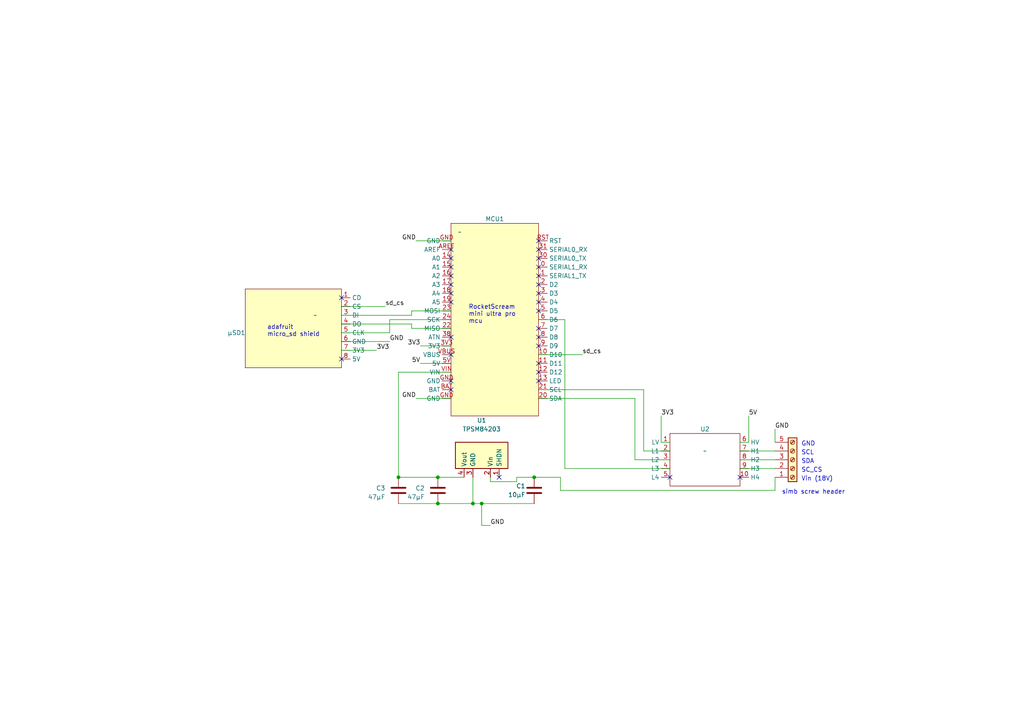
<source format=kicad_sch>
(kicad_sch (version 20230121) (generator eeschema)
  (paper "A4")
  (lib_symbols
    (symbol "Connector:Screw_Terminal_01x05" (pin_names (offset 1.016) hide)
      (property "Reference" "J" (at 0 7.62 0))
      (property "Value" "Screw_Terminal_01x05" (at 0 -7.62 0))
      (symbol "Screw_Terminal_01x05_1_1"
        (rectangle (start -1.27 6.35) (end 1.27 -6.35) (stroke (width 0.254)) (fill (type background)))
        (circle (center 0 -5.08) (radius 0.635) (stroke (width 0.1524)))
        (circle (center 0 -2.54) (radius 0.635) (stroke (width 0.1524)))
        (polyline (pts (xy -0.5334 -4.7498) (xy 0.3302 -5.588)) (stroke (width 0.1524)))
        (polyline (pts (xy -0.5334 -2.2098) (xy 0.3302 -3.048)) (stroke (width 0.1524)))
        (polyline (pts (xy -0.5334 0.3302) (xy 0.3302 -0.508)) (stroke (width 0.1524)))
        (polyline (pts (xy -0.5334 2.8702) (xy 0.3302 2.032)) (stroke (width 0.1524)))
        (polyline (pts (xy -0.5334 5.4102) (xy 0.3302 4.572)) (stroke (width 0.1524)))
        (polyline (pts (xy -0.3556 -4.572) (xy 0.508 -5.4102)) (stroke (width 0.1524)))
        (polyline (pts (xy -0.3556 -2.032) (xy 0.508 -2.8702)) (stroke (width 0.1524)))
        (polyline (pts (xy -0.3556 0.508) (xy 0.508 -0.3302)) (stroke (width 0.1524)))
        (polyline (pts (xy -0.3556 3.048) (xy 0.508 2.2098)) (stroke (width 0.1524)))
        (polyline (pts (xy -0.3556 5.588) (xy 0.508 4.7498)) (stroke (width 0.1524)))
        (circle (center 0 0) (radius 0.635) (stroke (width 0.1524)))
        (circle (center 0 2.54) (radius 0.635) (stroke (width 0.1524)))
        (circle (center 0 5.08) (radius 0.635) (stroke (width 0.1524)))
        (pin passive line (at -5.08 5.08 0) (length 3.81) (name "Pin_1") (number "1"))
        (pin passive line (at -5.08 2.54 0) (length 3.81) (name "Pin_2") (number "2"))
        (pin passive line (at -5.08 0 0) (length 3.81) (name "Pin_3") (number "3"))
        (pin passive line (at -5.08 -2.54 0) (length 3.81) (name "Pin_4") (number "4"))
        (pin passive line (at -5.08 -5.08 0) (length 3.81) (name "Pin_5") (number "5"))
      )
    )
    (symbol "Connector:micro_sd_cardReader_adafruit"
      (property "Reference" "µSD" (at -20.32 -5.08 0))
      (symbol "micro_sd_cardReader_adafruit_1_1"
        (rectangle (start -15.24 7.62) (end 12.7 -15.24) (fill (type background)))
        (pin output line (at 12.7 5.08 0) (length 2.54) (name "CD") (number "1"))
        (pin input line (at 12.7 2.54 0) (length 2.54) (name "CS") (number "2"))
        (pin input line (at 12.7 0 0) (length 2.54) (name "DI") (number "3"))
        (pin output line (at 12.7 -2.54 0) (length 2.54) (name "DO") (number "4"))
        (pin input line (at 12.7 -5.08 0) (length 2.54) (name "CLK") (number "5"))
        (pin input line (at 12.7 -7.62 0) (length 2.54) (name "GND") (number "6"))
        (pin input line (at 12.7 -10.16 0) (length 2.54) (name "3V3") (number "7"))
        (pin input line (at 12.7 -12.7 0) (length 2.54) (name "5V") (number "8"))
      )
    )
    (symbol "Device:C" (pin_numbers hide) (pin_names (offset 0.254))
      (property "Reference" "C" (at 0.635 2.54 0))
      (property "Value" "C" (at 0.635 -2.54 0))
      (symbol "C_0_1"
        (polyline (pts (xy -2.032 -0.762) (xy 2.032 -0.762)) (stroke (width 0.508)))
        (polyline (pts (xy -2.032 0.762) (xy 2.032 0.762)) (stroke (width 0.508)))
      )
      (symbol "C_1_1"
        (pin passive line (at 0 3.81 270) (length 2.794) (name "~") (number "1"))
        (pin passive line (at 0 -3.81 90) (length 2.794) (name "~") (number "2"))
      )
    )
    (symbol "Logic_LevelTranslator:Pololu_logicLevelShifter"
      (property "Reference" "U" (at 0 0 0))
      (symbol "Pololu_logicLevelShifter_0_1"
        (rectangle (start -10.16 5.08) (end 10.16 -10.16))
      )
      (symbol "Pololu_logicLevelShifter_1_1"
        (pin bidirectional line (at -10.16 2.54 180) (length 2.54) (name "LV") (number "1"))
        (pin bidirectional line (at 10.16 -7.62 0) (length 2.54) (name "H4") (number "10"))
        (pin bidirectional line (at -10.16 0 180) (length 2.54) (name "L1") (number "2"))
        (pin bidirectional line (at -10.16 -2.54 180) (length 2.54) (name "L2") (number "3"))
        (pin bidirectional line (at -10.16 -5.08 180) (length 2.54) (name "L3") (number "4"))
        (pin bidirectional line (at -10.16 -7.62 180) (length 2.54) (name "L4") (number "5"))
        (pin bidirectional line (at 10.16 2.54 0) (length 2.54) (name "HV") (number "6"))
        (pin bidirectional line (at 10.16 0 0) (length 2.54) (name "H1") (number "7"))
        (pin bidirectional line (at 10.16 -2.54 0) (length 2.54) (name "H2") (number "8"))
        (pin bidirectional line (at 10.16 -5.08 0) (length 2.54) (name "H3") (number "9"))
      )
    )
    (symbol "MCU_Module:Rocket_Scream_Mini_Ultra_Pro"
      (property "Reference" "MCU" (at -10.16 26.67 0))
      (symbol "Rocket_Scream_Mini_Ultra_Pro_1_1"
        (rectangle (start -12.7 27.94) (end 12.7 -27.94) (fill (type background)))
        (pin input line (at 12.7 15.24 0) (length 2.54) (name "SERIAL1_RX") (number "0"))
        (pin output line (at 12.7 12.7 0) (length 2.54) (name "SERIAL1_TX") (number "1"))
        (pin bidirectional line (at 12.7 -10.16 0) (length 2.54) (name "D10") (number "10"))
        (pin bidirectional line (at 12.7 -12.7 0) (length 2.54) (name "D11") (number "11"))
        (pin bidirectional line (at 12.7 -15.24 0) (length 2.54) (name "D12") (number "12"))
        (pin bidirectional line (at 12.7 -17.78 0) (length 2.54) (name "LED") (number "13"))
        (pin bidirectional line (at -12.7 17.78 180) (length 2.54) (name "A0") (number "14"))
        (pin bidirectional line (at -12.7 15.24 180) (length 2.54) (name "A1") (number "15"))
        (pin bidirectional line (at -12.7 12.7 180) (length 2.54) (name "A2") (number "16"))
        (pin bidirectional line (at -12.7 10.16 180) (length 2.54) (name "A3") (number "17"))
        (pin bidirectional line (at -12.7 7.62 180) (length 2.54) (name "A4") (number "18"))
        (pin bidirectional line (at -12.7 5.08 180) (length 2.54) (name "A5") (number "19"))
        (pin bidirectional line (at 12.7 10.16 0) (length 2.54) (name "D2") (number "2"))
        (pin bidirectional line (at 12.7 -22.86 0) (length 2.54) (name "SDA") (number "20"))
        (pin bidirectional line (at 12.7 -20.32 0) (length 2.54) (name "SCL") (number "21"))
        (pin input line (at -12.7 -2.54 180) (length 2.54) (name "MISO") (number "22"))
        (pin output line (at -12.7 2.54 180) (length 2.54) (name "MOSI") (number "23"))
        (pin output line (at -12.7 0 180) (length 2.54) (name "SCK") (number "24"))
        (pin bidirectional line (at 12.7 7.62 0) (length 2.54) (name "D3") (number "3"))
        (pin output line (at 12.7 17.78 0) (length 2.54) (name "SERIAL0_TX") (number "30"))
        (pin input line (at 12.7 20.32 0) (length 2.54) (name "SERIAL0_RX") (number "31"))
        (pin unspecified line (at -12.7 -5.08 180) (length 2.54) (name "ATN") (number "38"))
        (pin power_out line (at -12.7 -7.62 180) (length 2.54) (name "3V3") (number "3V3"))
        (pin bidirectional line (at 12.7 5.08 0) (length 2.54) (name "D4") (number "4"))
        (pin bidirectional line (at 12.7 2.54 0) (length 2.54) (name "D5") (number "5"))
        (pin power_out line (at -12.7 -12.7 180) (length 2.54) (name "5V") (number "5V"))
        (pin bidirectional line (at 12.7 0 0) (length 2.54) (name "D6") (number "6"))
        (pin bidirectional line (at 12.7 -2.54 0) (length 2.54) (name "D7") (number "7"))
        (pin bidirectional line (at 12.7 -5.08 0) (length 2.54) (name "D8") (number "8"))
        (pin bidirectional line (at 12.7 -7.62 0) (length 2.54) (name "D9") (number "9"))
        (pin unspecified line (at -12.7 20.32 180) (length 2.54) (name "AREF") (number "AREF"))
        (pin power_out line (at -12.7 -20.32 180) (length 2.54) (name "BAT") (number "BAT"))
        (pin output line (at -12.7 -22.86 180) (length 2.54) (name "GND") (number "GND"))
        (pin output line (at -12.7 -17.78 180) (length 2.54) (name "GND") (number "GND"))
        (pin output line (at -12.7 22.86 180) (length 2.54) (name "GND") (number "GND"))
        (pin input line (at 12.7 22.86 0) (length 2.54) (name "RST") (number "RST"))
        (pin unspecified line (at -12.7 -10.16 180) (length 2.54) (name "VBUS") (number "VBUS"))
        (pin power_in line (at -12.7 -15.24 180) (length 2.54) (name "VIN") (number "VIN"))
      )
    )
    (symbol "Regulator_Switching:Pololu_D24V5F9"
      (property "Reference" "U" (at 0 0 0))
      (property "Value" "Pololu_D24V5F9" (at 0 5.08 0))
      (symbol "Pololu_D24V5F9_0_1"
        (rectangle (start -7.62 2.54) (end 7.62 -5.08) (stroke (width 0.254)) (fill (type background)))
      )
      (symbol "Pololu_D24V5F9_1_1"
        (pin input line (at -5.08 -7.62 90) (length 2.54) (name "SHDN") (number "1"))
        (pin power_in line (at -2.54 -7.62 90) (length 2.54) (name "Vin") (number "2"))
        (pin power_in line (at 2.54 -7.62 90) (length 2.54) (name "GND") (number "3"))
        (pin power_out line (at 5.08 -7.62 90) (length 2.54) (name "Vout") (number "4"))
      )
    )
  )
  (junction (at 115.57 138.43))
  (junction (at 127 146.05))
  (junction (at 139.7 146.05))
  (junction (at 137.16 146.05))
  (junction (at 127 138.43))
  (junction (at 154.94 138.43))
  (no_connect (at 130.81 102.87))
  (no_connect (at 156.21 97.79))
  (no_connect (at 130.81 110.49))
  (no_connect (at 156.21 74.93))
  (no_connect (at 130.81 80.01))
  (no_connect (at 156.21 100.33))
  (no_connect (at 214.63 138.43))
  (no_connect (at 156.21 95.25))
  (no_connect (at 130.81 97.79))
  (no_connect (at 99.06 86.36))
  (no_connect (at 144.78 138.43))
  (no_connect (at 156.21 90.17))
  (no_connect (at 156.21 107.95))
  (no_connect (at 130.81 77.47))
  (no_connect (at 130.81 82.55))
  (no_connect (at 156.21 82.55))
  (no_connect (at 130.81 85.09))
  (no_connect (at 194.31 138.43))
  (no_connect (at 130.81 72.39))
  (no_connect (at 99.06 104.14))
  (no_connect (at 156.21 87.63))
  (no_connect (at 156.21 80.01))
  (no_connect (at 130.81 87.63))
  (no_connect (at 156.21 69.85))
  (no_connect (at 156.21 77.47))
  (no_connect (at 156.21 85.09))
  (no_connect (at 156.21 110.49))
  (no_connect (at 130.81 74.93))
  (no_connect (at 156.21 72.39))
  (no_connect (at 130.81 113.03))
  (no_connect (at 156.21 105.41))
  (wire (pts (xy 224.79 142.24) (xy 162.56 142.24)))
  (wire (pts (xy 184.15 133.35) (xy 194.31 133.35)))
  (wire (pts (xy 214.63 135.89) (xy 224.79 135.89)))
  (wire (pts (xy 139.7 146.05) (xy 139.7 152.4)))
  (wire (pts (xy 99.06 93.98) (xy 119.38 93.98)))
  (wire (pts (xy 113.03 92.71) (xy 130.81 92.71)))
  (wire (pts (xy 224.79 124.46) (xy 224.79 128.27)))
  (wire (pts (xy 142.24 139.7) (xy 149.86 139.7)))
  (wire (pts (xy 184.15 115.57) (xy 184.15 133.35)))
  (wire (pts (xy 154.94 146.05) (xy 139.7 146.05)))
  (wire (pts (xy 127 138.43) (xy 115.57 138.43)))
  (wire (pts (xy 217.17 120.65) (xy 217.17 128.27)))
  (wire (pts (xy 99.06 88.9) (xy 111.76 88.9)))
  (wire (pts (xy 142.24 138.43) (xy 142.24 139.7)))
  (wire (pts (xy 154.94 138.43) (xy 149.86 138.43)))
  (wire (pts (xy 113.03 96.52) (xy 113.03 92.71)))
  (wire (pts (xy 139.7 146.05) (xy 137.16 146.05)))
  (wire (pts (xy 115.57 107.95) (xy 115.57 138.43)))
  (wire (pts (xy 99.06 96.52) (xy 113.03 96.52)))
  (wire (pts (xy 121.92 105.41) (xy 130.81 105.41)))
  (wire (pts (xy 149.86 139.7) (xy 149.86 138.43)))
  (wire (pts (xy 191.77 120.65) (xy 191.77 128.27)))
  (wire (pts (xy 137.16 138.43) (xy 137.16 146.05)))
  (wire (pts (xy 156.21 102.87) (xy 168.91 102.87)))
  (wire (pts (xy 127 146.05) (xy 115.57 146.05)))
  (wire (pts (xy 119.38 93.98) (xy 119.38 95.25)))
  (wire (pts (xy 142.24 152.4) (xy 139.7 152.4)))
  (wire (pts (xy 137.16 146.05) (xy 127 146.05)))
  (wire (pts (xy 214.63 130.81) (xy 224.79 130.81)))
  (wire (pts (xy 214.63 133.35) (xy 224.79 133.35)))
  (wire (pts (xy 120.65 69.85) (xy 130.81 69.85)))
  (wire (pts (xy 162.56 142.24) (xy 162.56 138.43)))
  (wire (pts (xy 99.06 91.44) (xy 119.38 91.44)))
  (wire (pts (xy 119.38 90.17) (xy 130.81 90.17)))
  (wire (pts (xy 115.57 107.95) (xy 130.81 107.95)))
  (wire (pts (xy 99.06 99.06) (xy 113.03 99.06)))
  (wire (pts (xy 121.92 100.33) (xy 130.81 100.33)))
  (wire (pts (xy 120.65 115.57) (xy 130.81 115.57)))
  (wire (pts (xy 184.15 115.57) (xy 156.21 115.57)))
  (wire (pts (xy 163.83 92.71) (xy 163.83 135.89)))
  (wire (pts (xy 194.31 128.27) (xy 191.77 128.27)))
  (wire (pts (xy 156.21 113.03) (xy 186.69 113.03)))
  (wire (pts (xy 119.38 95.25) (xy 130.81 95.25)))
  (wire (pts (xy 156.21 92.71) (xy 163.83 92.71)))
  (wire (pts (xy 162.56 138.43) (xy 154.94 138.43)))
  (wire (pts (xy 186.69 130.81) (xy 194.31 130.81)))
  (wire (pts (xy 224.79 138.43) (xy 224.79 142.24)))
  (wire (pts (xy 119.38 91.44) (xy 119.38 90.17)))
  (wire (pts (xy 163.83 135.89) (xy 194.31 135.89)))
  (wire (pts (xy 186.69 113.03) (xy 186.69 130.81)))
  (wire (pts (xy 99.06 101.6) (xy 109.22 101.6)))
  (wire (pts (xy 214.63 128.27) (xy 217.17 128.27)))
  (wire (pts (xy 127 138.43) (xy 134.62 138.43)))
  (text "Vin (18V)" (at 232.41 139.7 0) (effects (font (size 1.27 1.27)) (justify left bottom)))
  (text "SCL" (at 232.41 132.08 0) (effects (font (size 1.27 1.27)) (justify left bottom)))
  (text "SDA" (at 232.41 134.62 0) (effects (font (size 1.27 1.27)) (justify left bottom)))
  (text "RocketScream \nmini ultra pro\nmcu" (at 135.89 93.98 0) (effects (font (size 1.27 1.27)) (justify left bottom)))
  (text "GND" (at 232.41 129.54 0) (effects (font (size 1.27 1.27)) (justify left bottom)))
  (text "adafruit\nmicro_sd shield" (at 77.47 97.79 0) (effects (font (size 1.27 1.27)) (justify left bottom)))
  (text "SC_CS" (at 232.41 137.16 0) (effects (font (size 1.27 1.27)) (justify left bottom)))
  (text "simb screw header" (at 245.11 143.51 0) (effects (font (size 1.27 1.27)) (justify right bottom)))
  (label "sd_cs" (at 111.76 88.9 0))
  (label "3V3" (at 109.22 101.6 0))
  (label "5V" (at 217.17 120.65 0))
  (label "3V3" (at 121.92 100.33 180))
  (label "GND" (at 120.65 69.85 180))
  (label "GND" (at 142.24 152.4 0))
  (label "sd_cs" (at 168.91 102.87 0))
  (label "GND" (at 120.65 115.57 180))
  (label "3V3" (at 191.77 120.65 0))
  (label "5V" (at 121.92 105.41 180))
  (label "GND" (at 113.03 99.06 0))
  (label "GND" (at 224.79 124.46 0))
  (symbol (lib_id "Device:C") (at 127 142.24 0) (mirror y) (unit 1)
    (property "Reference" "C2" (at 123.19 141.605 0) (effects (justify left)))
    (property "Value" "47µF" (at 123.19 144.145 0) (effects (justify left)))
    (property "Footprint" "Capacitor_THT:CP_Radial_Tantal_D4.5mm_P2.50mm" (effects hide))
  )
  (symbol (lib_id "Device:C") (at 115.57 142.24 0) (mirror y) (unit 1)
    (property "Reference" "C3" (at 111.76 141.605 0) (effects (justify left)))
    (property "Value" "47µF" (at 111.76 144.145 0) (effects (justify left)))
    (property "Footprint" "Capacitor_THT:CP_Radial_Tantal_D4.5mm_P2.50mm" (effects hide))
  )
  (symbol (lib_id "Connector:Screw_Terminal_01x05") (at 229.87 133.35 0) (mirror x) (unit 1)
    (property "Reference" "J1" (effects hide))
    (property "Value" "Screw_Terminal_01x04" (effects hide))
    (property "Footprint" "TerminalBlock_Phoenix:TerminalBlock_Phoenix_MPT-0,5-5-2.54_1x05_P2.54mm_Horizontal" (effects hide))
  )
  (symbol (lib_id "MCU_Module:Rocket_Scream_Mini_Ultra_Pro") (at 143.51 92.71 0) (unit 1)
    (property "Reference" "MCU1" (at 143.51 63.5 0))
    (property "Value" "~" (at 133.35 67.31 0))
    (property "Footprint" "Module:Rocket_Scream_Mini_Ultra_Pro" (effects hide))
  )
  (symbol (lib_id "Regulator_Switching:Pololu_D24V5F9") (at 139.7 130.81 0) (mirror y) (unit 1)
    (property "Reference" "U1" (at 139.7 121.92 0))
    (property "Value" "TPSM84203" (at 139.7 124.46 0))
    (property "Footprint" "Converter_DCDC:Pololu_D24V5F9" (effects hide))
    (property "Datasheet" "http://www.tracopower.com/products/tsr1.pdf" (effects hide))
  )
  (symbol (lib_id "Connector:micro_sd_cardReader_adafruit") (at 86.36 91.44 0) (unit 1)
    (property "Reference" "µSD1" (at 68.58 96.52 0))
    (property "Value" "~" (at 91.44 91.44 0))
    (property "Footprint" "Connector_Card:micro_sd_cardReader_adafruit" (effects hide))
  )
  (symbol (lib_id "Device:C") (at 154.94 142.24 0) (mirror y) (unit 1)
    (property "Reference" "C1" (at 152.4 140.97 0) (effects (justify left)))
    (property "Value" "10µF" (at 152.4 143.51 0) (effects (justify left)))
    (property "Footprint" "Capacitor_THT:CP_Radial_Tantal_D4.5mm_P2.50mm" (effects hide))
  )
  (symbol (lib_id "Logic_LevelTranslator:Pololu_logicLevelShifter") (at 204.47 130.81 0) (unit 1)
    (property "Reference" "U2" (at 204.47 124.46 0))
    (property "Value" "~" (at 204.47 130.81 0))
    (property "Footprint" "Converter_DCDC:Pololu_logicLevelShifter" (effects hide))
  )
)
</source>
